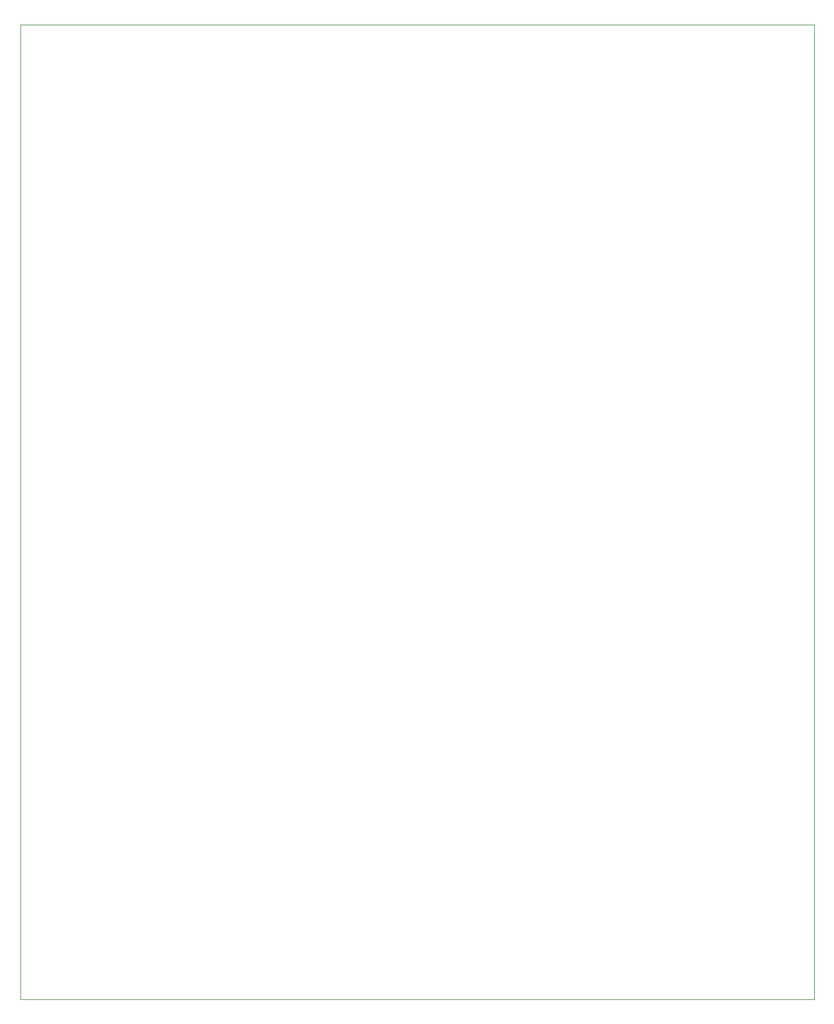
<source format=gko>
%FSLAX43Y43*%
%MOMM*%
G71*
G01*
G75*
G04 Layer_Color=16711935*
%ADD10C,0.508*%
%ADD11R,1.800X1.800*%
%ADD12C,1.800*%
%ADD13R,3.200X2.800*%
%ADD14C,1.500*%
%ADD15R,1.500X1.500*%
%ADD16C,2.032*%
%ADD17R,2.032X2.032*%
%ADD18C,1.524*%
%ADD19R,1.524X1.524*%
%ADD20C,2.540*%
%ADD21R,1.524X1.524*%
%ADD22C,1.905*%
%ADD23R,1.500X1.500*%
%ADD24C,1.270*%
%ADD25C,0.254*%
%ADD26C,0.102*%
%ADD27C,0.200*%
%ADD28C,0.152*%
%ADD29R,1.851X1.851*%
%ADD30C,1.851*%
%ADD31R,3.251X2.851*%
%ADD32C,1.551*%
%ADD33R,1.551X1.551*%
%ADD34C,2.083*%
%ADD35R,2.083X2.083*%
%ADD36C,1.575*%
%ADD37R,1.575X1.575*%
%ADD38C,2.591*%
%ADD39R,1.575X1.575*%
%ADD40C,0.051*%
%ADD41C,1.956*%
%ADD42R,1.551X1.551*%
%ADD43C,1.321*%
D26*
X256540Y180340D02*
Y199390D01*
X365760D01*
X367030D01*
X368300Y151130D02*
Y199390D01*
X367030D02*
X368300D01*
Y62230D02*
Y151130D01*
X256540Y62230D02*
Y180340D01*
Y62230D02*
X368300D01*
M02*

</source>
